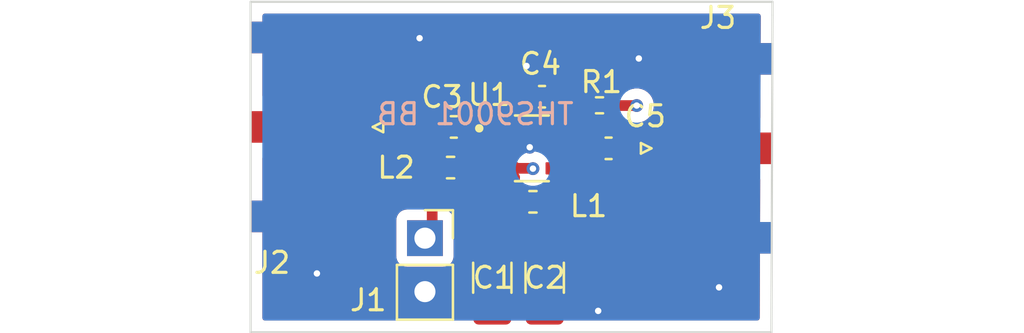
<source format=kicad_pcb>
(kicad_pcb (version 20171130) (host pcbnew "(5.1.10)-1")

  (general
    (thickness 1.6)
    (drawings 6)
    (tracks 73)
    (zones 0)
    (modules 12)
    (nets 10)
  )

  (page A4)
  (layers
    (0 F.Cu signal)
    (1 In1.Cu signal)
    (2 In2.Cu signal)
    (31 B.Cu signal)
    (32 B.Adhes user)
    (33 F.Adhes user)
    (34 B.Paste user)
    (35 F.Paste user)
    (36 B.SilkS user)
    (37 F.SilkS user)
    (38 B.Mask user)
    (39 F.Mask user)
    (40 Dwgs.User user)
    (41 Cmts.User user)
    (42 Eco1.User user)
    (43 Eco2.User user)
    (44 Edge.Cuts user)
    (45 Margin user)
    (46 B.CrtYd user)
    (47 F.CrtYd user)
    (48 B.Fab user)
    (49 F.Fab user hide)
  )

  (setup
    (last_trace_width 0.25)
    (trace_clearance 0.3048)
    (zone_clearance 0.508)
    (zone_45_only no)
    (trace_min 0.2)
    (via_size 0.6096)
    (via_drill 0.3048)
    (via_min_size 0.4)
    (via_min_drill 0.3)
    (uvia_size 0.3)
    (uvia_drill 0.1)
    (uvias_allowed no)
    (uvia_min_size 0.2)
    (uvia_min_drill 0.1)
    (edge_width 0.1)
    (segment_width 0.2)
    (pcb_text_width 0.3)
    (pcb_text_size 1.5 1.5)
    (mod_edge_width 0.15)
    (mod_text_size 1 1)
    (mod_text_width 0.15)
    (pad_size 1.5 5.08)
    (pad_drill 0)
    (pad_to_mask_clearance 0)
    (aux_axis_origin 0 0)
    (visible_elements FFFFFF7F)
    (pcbplotparams
      (layerselection 0x010fc_ffffffff)
      (usegerberextensions false)
      (usegerberattributes true)
      (usegerberadvancedattributes true)
      (creategerberjobfile true)
      (excludeedgelayer true)
      (linewidth 0.100000)
      (plotframeref false)
      (viasonmask false)
      (mode 1)
      (useauxorigin false)
      (hpglpennumber 1)
      (hpglpenspeed 20)
      (hpglpendiameter 15.000000)
      (psnegative false)
      (psa4output false)
      (plotreference true)
      (plotvalue true)
      (plotinvisibletext false)
      (padsonsilk false)
      (subtractmaskfromsilk false)
      (outputformat 1)
      (mirror false)
      (drillshape 1)
      (scaleselection 1)
      (outputdirectory ""))
  )

  (net 0 "")
  (net 1 GND)
  (net 2 "Net-(C1-Pad1)")
  (net 3 "Net-(C3-Pad1)")
  (net 4 "Net-(C3-Pad2)")
  (net 5 "Net-(C5-Pad2)")
  (net 6 "Net-(C5-Pad1)")
  (net 7 "Net-(J1-Pad1)")
  (net 8 "Net-(L1-Pad1)")
  (net 9 "Net-(R1-Pad2)")

  (net_class Default "This is the default net class."
    (clearance 0.3048)
    (trace_width 0.25)
    (via_dia 0.6096)
    (via_drill 0.3048)
    (uvia_dia 0.3)
    (uvia_drill 0.1)
    (add_net GND)
    (add_net "Net-(C1-Pad1)")
    (add_net "Net-(J1-Pad1)")
    (add_net "Net-(L1-Pad1)")
    (add_net "Net-(R1-Pad2)")
  )

  (net_class RF ""
    (clearance 0.6096)
    (trace_width 0.3556)
    (via_dia 0.6096)
    (via_drill 0.3048)
    (uvia_dia 0.3)
    (uvia_drill 0.1)
    (add_net "Net-(C3-Pad1)")
    (add_net "Net-(C3-Pad2)")
    (add_net "Net-(C5-Pad1)")
    (add_net "Net-(C5-Pad2)")
  )

  (module Capacitor_SMD:C_1206_3216Metric_Pad1.33x1.80mm_HandSolder (layer F.Cu) (tedit 5F68FEEF) (tstamp 6287AC62)
    (at 173.3804 63.2968 270)
    (descr "Capacitor SMD 1206 (3216 Metric), square (rectangular) end terminal, IPC_7351 nominal with elongated pad for handsoldering. (Body size source: IPC-SM-782 page 76, https://www.pcb-3d.com/wordpress/wp-content/uploads/ipc-sm-782a_amendment_1_and_2.pdf), generated with kicad-footprint-generator")
    (tags "capacitor handsolder")
    (path /62888309)
    (attr smd)
    (fp_text reference C1 (at 0 -0.0508 180) (layer F.SilkS)
      (effects (font (size 1 1) (thickness 0.15)))
    )
    (fp_text value 100uF (at 0 1.85 90) (layer F.Fab)
      (effects (font (size 1 1) (thickness 0.15)))
    )
    (fp_line (start 2.48 1.15) (end -2.48 1.15) (layer F.CrtYd) (width 0.05))
    (fp_line (start 2.48 -1.15) (end 2.48 1.15) (layer F.CrtYd) (width 0.05))
    (fp_line (start -2.48 -1.15) (end 2.48 -1.15) (layer F.CrtYd) (width 0.05))
    (fp_line (start -2.48 1.15) (end -2.48 -1.15) (layer F.CrtYd) (width 0.05))
    (fp_line (start -0.711252 0.91) (end 0.711252 0.91) (layer F.SilkS) (width 0.12))
    (fp_line (start -0.711252 -0.91) (end 0.711252 -0.91) (layer F.SilkS) (width 0.12))
    (fp_line (start 1.6 0.8) (end -1.6 0.8) (layer F.Fab) (width 0.1))
    (fp_line (start 1.6 -0.8) (end 1.6 0.8) (layer F.Fab) (width 0.1))
    (fp_line (start -1.6 -0.8) (end 1.6 -0.8) (layer F.Fab) (width 0.1))
    (fp_line (start -1.6 0.8) (end -1.6 -0.8) (layer F.Fab) (width 0.1))
    (fp_text user %R (at 0 0 90) (layer F.Fab)
      (effects (font (size 0.8 0.8) (thickness 0.12)))
    )
    (pad 1 smd roundrect (at -1.5625 0 270) (size 1.325 1.8) (layers F.Cu F.Paste F.Mask) (roundrect_rratio 0.188679)
      (net 2 "Net-(C1-Pad1)"))
    (pad 2 smd roundrect (at 1.5625 0 270) (size 1.325 1.8) (layers F.Cu F.Paste F.Mask) (roundrect_rratio 0.188679)
      (net 1 GND))
    (model ${KISYS3DMOD}/Capacitor_SMD.3dshapes/C_1206_3216Metric.wrl
      (at (xyz 0 0 0))
      (scale (xyz 1 1 1))
      (rotate (xyz 0 0 0))
    )
  )

  (module Capacitor_SMD:C_1206_3216Metric_Pad1.33x1.80mm_HandSolder (layer F.Cu) (tedit 5F68FEEF) (tstamp 6287AC73)
    (at 175.8696 63.2968 270)
    (descr "Capacitor SMD 1206 (3216 Metric), square (rectangular) end terminal, IPC_7351 nominal with elongated pad for handsoldering. (Body size source: IPC-SM-782 page 76, https://www.pcb-3d.com/wordpress/wp-content/uploads/ipc-sm-782a_amendment_1_and_2.pdf), generated with kicad-footprint-generator")
    (tags "capacitor handsolder")
    (path /6288882F)
    (attr smd)
    (fp_text reference C2 (at 0 0 180) (layer F.SilkS)
      (effects (font (size 1 1) (thickness 0.15)))
    )
    (fp_text value 100uF (at 0 1.85 90) (layer F.Fab)
      (effects (font (size 1 1) (thickness 0.15)))
    )
    (fp_text user %R (at 0 0 90) (layer F.Fab)
      (effects (font (size 0.8 0.8) (thickness 0.12)))
    )
    (fp_line (start -1.6 0.8) (end -1.6 -0.8) (layer F.Fab) (width 0.1))
    (fp_line (start -1.6 -0.8) (end 1.6 -0.8) (layer F.Fab) (width 0.1))
    (fp_line (start 1.6 -0.8) (end 1.6 0.8) (layer F.Fab) (width 0.1))
    (fp_line (start 1.6 0.8) (end -1.6 0.8) (layer F.Fab) (width 0.1))
    (fp_line (start -0.711252 -0.91) (end 0.711252 -0.91) (layer F.SilkS) (width 0.12))
    (fp_line (start -0.711252 0.91) (end 0.711252 0.91) (layer F.SilkS) (width 0.12))
    (fp_line (start -2.48 1.15) (end -2.48 -1.15) (layer F.CrtYd) (width 0.05))
    (fp_line (start -2.48 -1.15) (end 2.48 -1.15) (layer F.CrtYd) (width 0.05))
    (fp_line (start 2.48 -1.15) (end 2.48 1.15) (layer F.CrtYd) (width 0.05))
    (fp_line (start 2.48 1.15) (end -2.48 1.15) (layer F.CrtYd) (width 0.05))
    (pad 2 smd roundrect (at 1.5625 0 270) (size 1.325 1.8) (layers F.Cu F.Paste F.Mask) (roundrect_rratio 0.188679)
      (net 1 GND))
    (pad 1 smd roundrect (at -1.5625 0 270) (size 1.325 1.8) (layers F.Cu F.Paste F.Mask) (roundrect_rratio 0.188679)
      (net 2 "Net-(C1-Pad1)"))
    (model ${KISYS3DMOD}/Capacitor_SMD.3dshapes/C_1206_3216Metric.wrl
      (at (xyz 0 0 0))
      (scale (xyz 1 1 1))
      (rotate (xyz 0 0 0))
    )
  )

  (module "EPIC PARTS:SOT95P280X145-6N" (layer F.Cu) (tedit 6287A5C6) (tstamp 6287ACE6)
    (at 175.26 57.15)
    (path /6288265A)
    (fp_text reference U1 (at -2.032 -2.54) (layer F.SilkS)
      (effects (font (size 1 1) (thickness 0.15)))
    )
    (fp_text value THS9001 (at 7.26 2.365) (layer F.Fab)
      (effects (font (size 1 1) (thickness 0.15)))
    )
    (fp_line (start 2.11 1.49) (end 1.05 1.49) (layer F.CrtYd) (width 0.05))
    (fp_line (start 1.05 1.49) (end 1.05 1.7) (layer F.CrtYd) (width 0.05))
    (fp_line (start -2.11 -1.49) (end -1.05 -1.49) (layer F.CrtYd) (width 0.05))
    (fp_line (start -1.05 -1.49) (end -1.05 -1.7) (layer F.CrtYd) (width 0.05))
    (fp_line (start -2.11 1.49) (end -1.05 1.49) (layer F.CrtYd) (width 0.05))
    (fp_line (start -1.05 1.49) (end -1.05 1.7) (layer F.CrtYd) (width 0.05))
    (fp_line (start -2.11 -1.49) (end -2.11 1.49) (layer F.CrtYd) (width 0.05))
    (fp_line (start -1.05 1.7) (end 1.05 1.7) (layer F.CrtYd) (width 0.05))
    (fp_line (start 2.11 -1.49) (end 1.05 -1.49) (layer F.CrtYd) (width 0.05))
    (fp_line (start 1.05 -1.49) (end 1.05 -1.7) (layer F.CrtYd) (width 0.05))
    (fp_line (start -0.8 1.56) (end 0.8 1.56) (layer F.SilkS) (width 0.127))
    (fp_line (start 0.8 -1.56) (end -0.8 -1.56) (layer F.SilkS) (width 0.127))
    (fp_line (start 2.11 1.49) (end 2.11 -1.49) (layer F.CrtYd) (width 0.05))
    (fp_line (start 1.05 -1.7) (end -1.05 -1.7) (layer F.CrtYd) (width 0.05))
    (fp_circle (center -2.5 -0.95) (end -2.4 -0.95) (layer F.Fab) (width 0.2))
    (fp_circle (center -2.5 -0.95) (end -2.4 -0.95) (layer F.SilkS) (width 0.2))
    (fp_line (start 0.8 1.45) (end 0.8 -1.45) (layer F.Fab) (width 0.127))
    (fp_line (start -0.8 1.45) (end 0.8 1.45) (layer F.Fab) (width 0.127))
    (fp_line (start -0.8 -1.45) (end -0.8 1.45) (layer F.Fab) (width 0.127))
    (fp_line (start 0.8 -1.45) (end -0.8 -1.45) (layer F.Fab) (width 0.127))
    (pad 1 smd roundrect (at -1.255 -0.95) (size 1.21 0.58) (layers F.Cu F.Paste F.Mask) (roundrect_rratio 0.07000000000000001)
      (net 3 "Net-(C3-Pad1)"))
    (pad 2 smd roundrect (at -1.255 0) (size 1.21 0.58) (layers F.Cu F.Paste F.Mask) (roundrect_rratio 0.07000000000000001)
      (net 1 GND))
    (pad 3 smd roundrect (at -1.255 0.95) (size 1.21 0.58) (layers F.Cu F.Paste F.Mask) (roundrect_rratio 0.07000000000000001)
      (net 2 "Net-(C1-Pad1)"))
    (pad 6 smd roundrect (at 1.255 -0.95) (size 1.21 0.58) (layers F.Cu F.Paste F.Mask) (roundrect_rratio 0.07000000000000001)
      (net 9 "Net-(R1-Pad2)"))
    (pad 5 smd roundrect (at 1.255 0) (size 1.21 0.58) (layers F.Cu F.Paste F.Mask) (roundrect_rratio 0.07000000000000001)
      (net 5 "Net-(C5-Pad2)"))
    (pad 4 smd roundrect (at 1.255 0.95) (size 1.21 0.58) (layers F.Cu F.Paste F.Mask) (roundrect_rratio 0.07000000000000001)
      (net 8 "Net-(L1-Pad1)"))
  )

  (module Capacitor_SMD:C_0603_1608Metric (layer F.Cu) (tedit 5F68FEEE) (tstamp 6287D583)
    (at 175.7426 54.6989 180)
    (descr "Capacitor SMD 0603 (1608 Metric), square (rectangular) end terminal, IPC_7351 nominal, (Body size source: IPC-SM-782 page 76, https://www.pcb-3d.com/wordpress/wp-content/uploads/ipc-sm-782a_amendment_1_and_2.pdf), generated with kicad-footprint-generator")
    (tags capacitor)
    (path /62888A0A)
    (attr smd)
    (fp_text reference C4 (at 0.0762 1.5621) (layer F.SilkS)
      (effects (font (size 1 1) (thickness 0.15)))
    )
    (fp_text value .1uF (at 0 1.43) (layer F.Fab)
      (effects (font (size 1 1) (thickness 0.15)))
    )
    (fp_line (start 1.48 0.73) (end -1.48 0.73) (layer F.CrtYd) (width 0.05))
    (fp_line (start 1.48 -0.73) (end 1.48 0.73) (layer F.CrtYd) (width 0.05))
    (fp_line (start -1.48 -0.73) (end 1.48 -0.73) (layer F.CrtYd) (width 0.05))
    (fp_line (start -1.48 0.73) (end -1.48 -0.73) (layer F.CrtYd) (width 0.05))
    (fp_line (start -0.14058 0.51) (end 0.14058 0.51) (layer F.SilkS) (width 0.12))
    (fp_line (start -0.14058 -0.51) (end 0.14058 -0.51) (layer F.SilkS) (width 0.12))
    (fp_line (start 0.8 0.4) (end -0.8 0.4) (layer F.Fab) (width 0.1))
    (fp_line (start 0.8 -0.4) (end 0.8 0.4) (layer F.Fab) (width 0.1))
    (fp_line (start -0.8 -0.4) (end 0.8 -0.4) (layer F.Fab) (width 0.1))
    (fp_line (start -0.8 0.4) (end -0.8 -0.4) (layer F.Fab) (width 0.1))
    (fp_text user %R (at 0 0) (layer F.Fab)
      (effects (font (size 0.4 0.4) (thickness 0.06)))
    )
    (pad 1 smd roundrect (at -0.775 0 180) (size 0.9 0.95) (layers F.Cu F.Paste F.Mask) (roundrect_rratio 0.25)
      (net 2 "Net-(C1-Pad1)"))
    (pad 2 smd roundrect (at 0.775 0 180) (size 0.9 0.95) (layers F.Cu F.Paste F.Mask) (roundrect_rratio 0.25)
      (net 1 GND))
    (model ${KISYS3DMOD}/Capacitor_SMD.3dshapes/C_0603_1608Metric.wrl
      (at (xyz 0 0 0))
      (scale (xyz 1 1 1))
      (rotate (xyz 0 0 0))
    )
  )

  (module Capacitor_SMD:C_0603_1608Metric (layer F.Cu) (tedit 5F68FEEE) (tstamp 6287D593)
    (at 171.5516 56.134 180)
    (descr "Capacitor SMD 0603 (1608 Metric), square (rectangular) end terminal, IPC_7351 nominal, (Body size source: IPC-SM-782 page 76, https://www.pcb-3d.com/wordpress/wp-content/uploads/ipc-sm-782a_amendment_1_and_2.pdf), generated with kicad-footprint-generator")
    (tags capacitor)
    (path /628834B5)
    (attr smd)
    (fp_text reference C3 (at 0.5588 1.4224) (layer F.SilkS)
      (effects (font (size 1 1) (thickness 0.15)))
    )
    (fp_text value .1uF (at 0 1.43) (layer F.Fab)
      (effects (font (size 1 1) (thickness 0.15)))
    )
    (fp_line (start 1.48 0.73) (end -1.48 0.73) (layer F.CrtYd) (width 0.05))
    (fp_line (start 1.48 -0.73) (end 1.48 0.73) (layer F.CrtYd) (width 0.05))
    (fp_line (start -1.48 -0.73) (end 1.48 -0.73) (layer F.CrtYd) (width 0.05))
    (fp_line (start -1.48 0.73) (end -1.48 -0.73) (layer F.CrtYd) (width 0.05))
    (fp_line (start -0.14058 0.51) (end 0.14058 0.51) (layer F.SilkS) (width 0.12))
    (fp_line (start -0.14058 -0.51) (end 0.14058 -0.51) (layer F.SilkS) (width 0.12))
    (fp_line (start 0.8 0.4) (end -0.8 0.4) (layer F.Fab) (width 0.1))
    (fp_line (start 0.8 -0.4) (end 0.8 0.4) (layer F.Fab) (width 0.1))
    (fp_line (start -0.8 -0.4) (end 0.8 -0.4) (layer F.Fab) (width 0.1))
    (fp_line (start -0.8 0.4) (end -0.8 -0.4) (layer F.Fab) (width 0.1))
    (fp_text user %R (at 0 0) (layer F.Fab)
      (effects (font (size 0.4 0.4) (thickness 0.06)))
    )
    (pad 1 smd roundrect (at -0.775 0 180) (size 0.9 0.95) (layers F.Cu F.Paste F.Mask) (roundrect_rratio 0.25)
      (net 3 "Net-(C3-Pad1)"))
    (pad 2 smd roundrect (at 0.775 0 180) (size 0.9 0.95) (layers F.Cu F.Paste F.Mask) (roundrect_rratio 0.25)
      (net 4 "Net-(C3-Pad2)"))
    (model ${KISYS3DMOD}/Capacitor_SMD.3dshapes/C_0603_1608Metric.wrl
      (at (xyz 0 0 0))
      (scale (xyz 1 1 1))
      (rotate (xyz 0 0 0))
    )
  )

  (module Capacitor_SMD:C_0603_1608Metric (layer F.Cu) (tedit 5F68FEEE) (tstamp 6287D5A3)
    (at 178.9046 57.15 180)
    (descr "Capacitor SMD 0603 (1608 Metric), square (rectangular) end terminal, IPC_7351 nominal, (Body size source: IPC-SM-782 page 76, https://www.pcb-3d.com/wordpress/wp-content/uploads/ipc-sm-782a_amendment_1_and_2.pdf), generated with kicad-footprint-generator")
    (tags capacitor)
    (path /62884879)
    (attr smd)
    (fp_text reference C5 (at -1.7402 1.524) (layer F.SilkS)
      (effects (font (size 1 1) (thickness 0.15)))
    )
    (fp_text value .1uF (at 0 1.43) (layer F.Fab)
      (effects (font (size 1 1) (thickness 0.15)))
    )
    (fp_text user %R (at 0 0) (layer F.Fab)
      (effects (font (size 0.4 0.4) (thickness 0.06)))
    )
    (fp_line (start -0.8 0.4) (end -0.8 -0.4) (layer F.Fab) (width 0.1))
    (fp_line (start -0.8 -0.4) (end 0.8 -0.4) (layer F.Fab) (width 0.1))
    (fp_line (start 0.8 -0.4) (end 0.8 0.4) (layer F.Fab) (width 0.1))
    (fp_line (start 0.8 0.4) (end -0.8 0.4) (layer F.Fab) (width 0.1))
    (fp_line (start -0.14058 -0.51) (end 0.14058 -0.51) (layer F.SilkS) (width 0.12))
    (fp_line (start -0.14058 0.51) (end 0.14058 0.51) (layer F.SilkS) (width 0.12))
    (fp_line (start -1.48 0.73) (end -1.48 -0.73) (layer F.CrtYd) (width 0.05))
    (fp_line (start -1.48 -0.73) (end 1.48 -0.73) (layer F.CrtYd) (width 0.05))
    (fp_line (start 1.48 -0.73) (end 1.48 0.73) (layer F.CrtYd) (width 0.05))
    (fp_line (start 1.48 0.73) (end -1.48 0.73) (layer F.CrtYd) (width 0.05))
    (pad 2 smd roundrect (at 0.775 0 180) (size 0.9 0.95) (layers F.Cu F.Paste F.Mask) (roundrect_rratio 0.25)
      (net 5 "Net-(C5-Pad2)"))
    (pad 1 smd roundrect (at -0.775 0 180) (size 0.9 0.95) (layers F.Cu F.Paste F.Mask) (roundrect_rratio 0.25)
      (net 6 "Net-(C5-Pad1)"))
    (model ${KISYS3DMOD}/Capacitor_SMD.3dshapes/C_0603_1608Metric.wrl
      (at (xyz 0 0 0))
      (scale (xyz 1 1 1))
      (rotate (xyz 0 0 0))
    )
  )

  (module Inductor_SMD:L_0603_1608Metric_Pad1.05x0.95mm_HandSolder (layer F.Cu) (tedit 5F68FEF0) (tstamp 6287D5B3)
    (at 171.3992 58.0644 180)
    (descr "Inductor SMD 0603 (1608 Metric), square (rectangular) end terminal, IPC_7351 nominal with elongated pad for handsoldering. (Body size source: http://www.tortai-tech.com/upload/download/2011102023233369053.pdf), generated with kicad-footprint-generator")
    (tags "inductor handsolder")
    (path /6288790B)
    (attr smd)
    (fp_text reference L2 (at 2.5908 0) (layer F.SilkS)
      (effects (font (size 1 1) (thickness 0.15)))
    )
    (fp_text value INDUCTOR (at 1.9444 2.8956) (layer F.Fab)
      (effects (font (size 1 1) (thickness 0.15)))
    )
    (fp_text user %R (at 0 0) (layer F.Fab)
      (effects (font (size 0.4 0.4) (thickness 0.06)))
    )
    (fp_line (start -0.8 0.4) (end -0.8 -0.4) (layer F.Fab) (width 0.1))
    (fp_line (start -0.8 -0.4) (end 0.8 -0.4) (layer F.Fab) (width 0.1))
    (fp_line (start 0.8 -0.4) (end 0.8 0.4) (layer F.Fab) (width 0.1))
    (fp_line (start 0.8 0.4) (end -0.8 0.4) (layer F.Fab) (width 0.1))
    (fp_line (start -0.171267 -0.51) (end 0.171267 -0.51) (layer F.SilkS) (width 0.12))
    (fp_line (start -0.171267 0.51) (end 0.171267 0.51) (layer F.SilkS) (width 0.12))
    (fp_line (start -1.65 0.73) (end -1.65 -0.73) (layer F.CrtYd) (width 0.05))
    (fp_line (start -1.65 -0.73) (end 1.65 -0.73) (layer F.CrtYd) (width 0.05))
    (fp_line (start 1.65 -0.73) (end 1.65 0.73) (layer F.CrtYd) (width 0.05))
    (fp_line (start 1.65 0.73) (end -1.65 0.73) (layer F.CrtYd) (width 0.05))
    (pad 2 smd roundrect (at 0.875 0 180) (size 1.05 0.95) (layers F.Cu F.Paste F.Mask) (roundrect_rratio 0.25)
      (net 7 "Net-(J1-Pad1)"))
    (pad 1 smd roundrect (at -0.875 0 180) (size 1.05 0.95) (layers F.Cu F.Paste F.Mask) (roundrect_rratio 0.25)
      (net 2 "Net-(C1-Pad1)"))
    (model ${KISYS3DMOD}/Inductor_SMD.3dshapes/L_0603_1608Metric.wrl
      (at (xyz 0 0 0))
      (scale (xyz 1 1 1))
      (rotate (xyz 0 0 0))
    )
  )

  (module Inductor_SMD:L_0603_1608Metric_Pad1.05x0.95mm_HandSolder (layer F.Cu) (tedit 5F68FEF0) (tstamp 6287D5C3)
    (at 175.3108 59.69 180)
    (descr "Inductor SMD 0603 (1608 Metric), square (rectangular) end terminal, IPC_7351 nominal with elongated pad for handsoldering. (Body size source: http://www.tortai-tech.com/upload/download/2011102023233369053.pdf), generated with kicad-footprint-generator")
    (tags "inductor handsolder")
    (path /6288592E)
    (attr smd)
    (fp_text reference L1 (at -2.6416 -0.2032) (layer F.SilkS)
      (effects (font (size 1 1) (thickness 0.15)))
    )
    (fp_text value 470nH (at 3.937 1.6129) (layer F.Fab)
      (effects (font (size 1 1) (thickness 0.15)))
    )
    (fp_line (start 1.65 0.73) (end -1.65 0.73) (layer F.CrtYd) (width 0.05))
    (fp_line (start 1.65 -0.73) (end 1.65 0.73) (layer F.CrtYd) (width 0.05))
    (fp_line (start -1.65 -0.73) (end 1.65 -0.73) (layer F.CrtYd) (width 0.05))
    (fp_line (start -1.65 0.73) (end -1.65 -0.73) (layer F.CrtYd) (width 0.05))
    (fp_line (start -0.171267 0.51) (end 0.171267 0.51) (layer F.SilkS) (width 0.12))
    (fp_line (start -0.171267 -0.51) (end 0.171267 -0.51) (layer F.SilkS) (width 0.12))
    (fp_line (start 0.8 0.4) (end -0.8 0.4) (layer F.Fab) (width 0.1))
    (fp_line (start 0.8 -0.4) (end 0.8 0.4) (layer F.Fab) (width 0.1))
    (fp_line (start -0.8 -0.4) (end 0.8 -0.4) (layer F.Fab) (width 0.1))
    (fp_line (start -0.8 0.4) (end -0.8 -0.4) (layer F.Fab) (width 0.1))
    (fp_text user %R (at 0 0) (layer F.Fab)
      (effects (font (size 0.4 0.4) (thickness 0.06)))
    )
    (pad 1 smd roundrect (at -0.875 0 180) (size 1.05 0.95) (layers F.Cu F.Paste F.Mask) (roundrect_rratio 0.25)
      (net 8 "Net-(L1-Pad1)"))
    (pad 2 smd roundrect (at 0.875 0 180) (size 1.05 0.95) (layers F.Cu F.Paste F.Mask) (roundrect_rratio 0.25)
      (net 2 "Net-(C1-Pad1)"))
    (model ${KISYS3DMOD}/Inductor_SMD.3dshapes/L_0603_1608Metric.wrl
      (at (xyz 0 0 0))
      (scale (xyz 1 1 1))
      (rotate (xyz 0 0 0))
    )
  )

  (module Resistor_SMD:R_0402_1005Metric_Pad0.72x0.64mm_HandSolder (layer F.Cu) (tedit 5F6BB9E0) (tstamp 6287D5D3)
    (at 178.4731 55.1053 180)
    (descr "Resistor SMD 0402 (1005 Metric), square (rectangular) end terminal, IPC_7351 nominal with elongated pad for handsoldering. (Body size source: IPC-SM-782 page 72, https://www.pcb-3d.com/wordpress/wp-content/uploads/ipc-sm-782a_amendment_1_and_2.pdf), generated with kicad-footprint-generator")
    (tags "resistor handsolder")
    (path /628864E3)
    (attr smd)
    (fp_text reference R1 (at -0.0889 1.1049) (layer F.SilkS)
      (effects (font (size 1 1) (thickness 0.15)))
    )
    (fp_text value 237 (at 0 1.17) (layer F.Fab)
      (effects (font (size 1 1) (thickness 0.15)))
    )
    (fp_line (start 1.1 0.47) (end -1.1 0.47) (layer F.CrtYd) (width 0.05))
    (fp_line (start 1.1 -0.47) (end 1.1 0.47) (layer F.CrtYd) (width 0.05))
    (fp_line (start -1.1 -0.47) (end 1.1 -0.47) (layer F.CrtYd) (width 0.05))
    (fp_line (start -1.1 0.47) (end -1.1 -0.47) (layer F.CrtYd) (width 0.05))
    (fp_line (start -0.167621 0.38) (end 0.167621 0.38) (layer F.SilkS) (width 0.12))
    (fp_line (start -0.167621 -0.38) (end 0.167621 -0.38) (layer F.SilkS) (width 0.12))
    (fp_line (start 0.525 0.27) (end -0.525 0.27) (layer F.Fab) (width 0.1))
    (fp_line (start 0.525 -0.27) (end 0.525 0.27) (layer F.Fab) (width 0.1))
    (fp_line (start -0.525 -0.27) (end 0.525 -0.27) (layer F.Fab) (width 0.1))
    (fp_line (start -0.525 0.27) (end -0.525 -0.27) (layer F.Fab) (width 0.1))
    (fp_text user %R (at 0 0) (layer F.Fab)
      (effects (font (size 0.26 0.26) (thickness 0.04)))
    )
    (pad 1 smd roundrect (at -0.5975 0 180) (size 0.715 0.64) (layers F.Cu F.Paste F.Mask) (roundrect_rratio 0.25)
      (net 2 "Net-(C1-Pad1)"))
    (pad 2 smd roundrect (at 0.5975 0 180) (size 0.715 0.64) (layers F.Cu F.Paste F.Mask) (roundrect_rratio 0.25)
      (net 9 "Net-(R1-Pad2)"))
    (model ${KISYS3DMOD}/Resistor_SMD.3dshapes/R_0402_1005Metric.wrl
      (at (xyz 0 0 0))
      (scale (xyz 1 1 1))
      (rotate (xyz 0 0 0))
    )
  )

  (module Connector_PinSocket_2.54mm:PinSocket_1x02_P2.54mm_Vertical (layer F.Cu) (tedit 5A19A420) (tstamp 6287DBD5)
    (at 170.18 61.4172)
    (descr "Through hole straight socket strip, 1x02, 2.54mm pitch, single row (from Kicad 4.0.7), script generated")
    (tags "Through hole socket strip THT 1x02 2.54mm single row")
    (path /628AC108)
    (fp_text reference J1 (at -2.6924 2.9464) (layer F.SilkS)
      (effects (font (size 1 1) (thickness 0.15)))
    )
    (fp_text value Conn_01x02_Male (at 0 5.31) (layer F.Fab)
      (effects (font (size 1 1) (thickness 0.15)))
    )
    (fp_line (start -1.8 4.3) (end -1.8 -1.8) (layer F.CrtYd) (width 0.05))
    (fp_line (start 1.75 4.3) (end -1.8 4.3) (layer F.CrtYd) (width 0.05))
    (fp_line (start 1.75 -1.8) (end 1.75 4.3) (layer F.CrtYd) (width 0.05))
    (fp_line (start -1.8 -1.8) (end 1.75 -1.8) (layer F.CrtYd) (width 0.05))
    (fp_line (start 0 -1.33) (end 1.33 -1.33) (layer F.SilkS) (width 0.12))
    (fp_line (start 1.33 -1.33) (end 1.33 0) (layer F.SilkS) (width 0.12))
    (fp_line (start 1.33 1.27) (end 1.33 3.87) (layer F.SilkS) (width 0.12))
    (fp_line (start -1.33 3.87) (end 1.33 3.87) (layer F.SilkS) (width 0.12))
    (fp_line (start -1.33 1.27) (end -1.33 3.87) (layer F.SilkS) (width 0.12))
    (fp_line (start -1.33 1.27) (end 1.33 1.27) (layer F.SilkS) (width 0.12))
    (fp_line (start -1.27 3.81) (end -1.27 -1.27) (layer F.Fab) (width 0.1))
    (fp_line (start 1.27 3.81) (end -1.27 3.81) (layer F.Fab) (width 0.1))
    (fp_line (start 1.27 -0.635) (end 1.27 3.81) (layer F.Fab) (width 0.1))
    (fp_line (start 0.635 -1.27) (end 1.27 -0.635) (layer F.Fab) (width 0.1))
    (fp_line (start -1.27 -1.27) (end 0.635 -1.27) (layer F.Fab) (width 0.1))
    (fp_text user %R (at 0 1.27 90) (layer F.Fab)
      (effects (font (size 1 1) (thickness 0.15)))
    )
    (pad 1 thru_hole rect (at 0 0) (size 1.7 1.7) (drill 1) (layers *.Cu *.Mask)
      (net 7 "Net-(J1-Pad1)"))
    (pad 2 thru_hole oval (at 0 2.54) (size 1.7 1.7) (drill 1) (layers *.Cu *.Mask)
      (net 1 GND))
    (model ${KISYS3DMOD}/Connector_PinSocket_2.54mm.3dshapes/PinSocket_1x02_P2.54mm_Vertical.wrl
      (at (xyz 0 0 0))
      (scale (xyz 1 1 1))
      (rotate (xyz 0 0 0))
    )
  )

  (module Connector_Coaxial:SMA_Amphenol_132289_EdgeMount (layer F.Cu) (tedit 6287D98E) (tstamp 6287DBF8)
    (at 164.4904 56.134 180)
    (descr http://www.amphenolrf.com/132289.html)
    (tags SMA)
    (path /628B34F4)
    (attr smd)
    (fp_text reference J2 (at 1.5748 -6.4516 180) (layer F.SilkS)
      (effects (font (size 1 1) (thickness 0.15)))
    )
    (fp_text value Conn_01x05_Male (at 5 6) (layer F.Fab) hide
      (effects (font (size 1 1) (thickness 0.15)))
    )
    (fp_text user %R (at 4.79 0 270) (layer F.Fab)
      (effects (font (size 1 1) (thickness 0.15)))
    )
    (fp_line (start -3.71 0.25) (end -3.21 0) (layer F.SilkS) (width 0.12))
    (fp_line (start -3.71 -0.25) (end -3.71 0.25) (layer F.SilkS) (width 0.12))
    (fp_line (start -3.21 0) (end -3.71 -0.25) (layer F.SilkS) (width 0.12))
    (fp_line (start 3.54 0) (end 2.54 0.75) (layer F.Fab) (width 0.1))
    (fp_line (start 2.54 -0.75) (end 3.54 0) (layer F.Fab) (width 0.1))
    (fp_line (start 14.47 -5.58) (end -3.04 -5.58) (layer F.CrtYd) (width 0.05))
    (fp_line (start 14.47 -5.58) (end 14.47 5.58) (layer F.CrtYd) (width 0.05))
    (fp_line (start 14.47 5.58) (end -3.04 5.58) (layer F.CrtYd) (width 0.05))
    (fp_line (start -3.04 5.58) (end -3.04 -5.58) (layer F.CrtYd) (width 0.05))
    (fp_line (start 14.47 -5.58) (end -3.04 -5.58) (layer B.CrtYd) (width 0.05))
    (fp_line (start 14.47 -5.58) (end 14.47 5.58) (layer B.CrtYd) (width 0.05))
    (fp_line (start 14.47 5.58) (end -3.04 5.58) (layer B.CrtYd) (width 0.05))
    (fp_line (start -3.04 5.58) (end -3.04 -5.58) (layer B.CrtYd) (width 0.05))
    (fp_line (start 4.445 -3.81) (end 13.97 -3.81) (layer F.Fab) (width 0.1))
    (fp_line (start 13.97 -3.81) (end 13.97 3.81) (layer F.Fab) (width 0.1))
    (fp_line (start 13.97 3.81) (end 4.445 3.81) (layer F.Fab) (width 0.1))
    (fp_line (start 4.445 5.08) (end 4.445 3.81) (layer F.Fab) (width 0.1))
    (fp_line (start 4.445 -3.81) (end 4.445 -5.08) (layer F.Fab) (width 0.1))
    (fp_line (start -1.91 -5.08) (end 4.445 -5.08) (layer F.Fab) (width 0.1))
    (fp_line (start -1.91 -5.08) (end -1.91 -3.81) (layer F.Fab) (width 0.1))
    (fp_line (start -1.91 -3.81) (end 2.54 -3.81) (layer F.Fab) (width 0.1))
    (fp_line (start 2.54 -3.81) (end 2.54 3.81) (layer F.Fab) (width 0.1))
    (fp_line (start 2.54 3.81) (end -1.91 3.81) (layer F.Fab) (width 0.1))
    (fp_line (start -1.91 3.81) (end -1.91 5.08) (layer F.Fab) (width 0.1))
    (fp_line (start -1.91 5.08) (end 4.445 5.08) (layer F.Fab) (width 0.1))
    (pad 1 smd rect (at 0 0 270) (size 1.5 5.08) (layers F.Cu F.Paste F.Mask)
      (net 4 "Net-(C3-Pad2)"))
    (pad 3 smd rect (at 0 -4.25 270) (size 1.5 5.08) (layers F.Cu F.Paste F.Mask)
      (net 1 GND))
    (pad 2 smd rect (at 0 4.25 270) (size 1.5 5.08) (layers F.Cu F.Paste F.Mask)
      (net 1 GND))
    (pad 5 smd rect (at 0 -4.25 270) (size 1.5 5.08) (layers B.Cu B.Paste B.Mask)
      (net 1 GND))
    (pad 4 smd rect (at 0 4.25 270) (size 1.5 5.08) (layers B.Cu B.Paste B.Mask)
      (net 1 GND))
    (model ${KISYS3DMOD}/Connector_Coaxial.3dshapes/SMA_Amphenol_132289_EdgeMount.wrl
      (at (xyz 0 0 0))
      (scale (xyz 1 1 1))
      (rotate (xyz 0 0 0))
    )
  )

  (module Connector_Coaxial:SMA_Amphenol_132289_EdgeMount (layer F.Cu) (tedit 6287D97C) (tstamp 6287DC1B)
    (at 184.15 57.15)
    (descr http://www.amphenolrf.com/132289.html)
    (tags SMA)
    (path /628AFA5C)
    (attr smd)
    (fp_text reference J3 (at -0.0508 -6.1976 180) (layer F.SilkS)
      (effects (font (size 1 1) (thickness 0.15)))
    )
    (fp_text value Conn_01x05_Male (at 5 6) (layer F.Fab)
      (effects (font (size 1 1) (thickness 0.15)))
    )
    (fp_line (start -1.91 5.08) (end 4.445 5.08) (layer F.Fab) (width 0.1))
    (fp_line (start -1.91 3.81) (end -1.91 5.08) (layer F.Fab) (width 0.1))
    (fp_line (start 2.54 3.81) (end -1.91 3.81) (layer F.Fab) (width 0.1))
    (fp_line (start 2.54 -3.81) (end 2.54 3.81) (layer F.Fab) (width 0.1))
    (fp_line (start -1.91 -3.81) (end 2.54 -3.81) (layer F.Fab) (width 0.1))
    (fp_line (start -1.91 -5.08) (end -1.91 -3.81) (layer F.Fab) (width 0.1))
    (fp_line (start -1.91 -5.08) (end 4.445 -5.08) (layer F.Fab) (width 0.1))
    (fp_line (start 4.445 -3.81) (end 4.445 -5.08) (layer F.Fab) (width 0.1))
    (fp_line (start 4.445 5.08) (end 4.445 3.81) (layer F.Fab) (width 0.1))
    (fp_line (start 13.97 3.81) (end 4.445 3.81) (layer F.Fab) (width 0.1))
    (fp_line (start 13.97 -3.81) (end 13.97 3.81) (layer F.Fab) (width 0.1))
    (fp_line (start 4.445 -3.81) (end 13.97 -3.81) (layer F.Fab) (width 0.1))
    (fp_line (start -3.04 5.58) (end -3.04 -5.58) (layer B.CrtYd) (width 0.05))
    (fp_line (start 14.47 5.58) (end -3.04 5.58) (layer B.CrtYd) (width 0.05))
    (fp_line (start 14.47 -5.58) (end 14.47 5.58) (layer B.CrtYd) (width 0.05))
    (fp_line (start 14.47 -5.58) (end -3.04 -5.58) (layer B.CrtYd) (width 0.05))
    (fp_line (start -3.04 5.58) (end -3.04 -5.58) (layer F.CrtYd) (width 0.05))
    (fp_line (start 14.47 5.58) (end -3.04 5.58) (layer F.CrtYd) (width 0.05))
    (fp_line (start 14.47 -5.58) (end 14.47 5.58) (layer F.CrtYd) (width 0.05))
    (fp_line (start 14.47 -5.58) (end -3.04 -5.58) (layer F.CrtYd) (width 0.05))
    (fp_line (start 2.54 -0.75) (end 3.54 0) (layer F.Fab) (width 0.1))
    (fp_line (start 3.54 0) (end 2.54 0.75) (layer F.Fab) (width 0.1))
    (fp_line (start -3.21 0) (end -3.71 -0.25) (layer F.SilkS) (width 0.12))
    (fp_line (start -3.71 -0.25) (end -3.71 0.25) (layer F.SilkS) (width 0.12))
    (fp_line (start -3.71 0.25) (end -3.21 0) (layer F.SilkS) (width 0.12))
    (fp_text user %R (at 4.79 0 270) (layer F.Fab)
      (effects (font (size 1 1) (thickness 0.15)))
    )
    (pad 5 smd rect (at 0 4.25 90) (size 1.5 5.08) (layers B.Cu B.Paste B.Mask)
      (net 1 GND))
    (pad 4 smd rect (at 0 -4.25 90) (size 1.5 5.08) (layers B.Cu B.Paste B.Mask)
      (net 1 GND))
    (pad 3 smd rect (at 0 4.25 90) (size 1.5 5.08) (layers F.Cu F.Paste F.Mask)
      (net 1 GND))
    (pad 2 smd rect (at 0 -4.25 90) (size 1.5 5.08) (layers F.Cu F.Paste F.Mask)
      (net 1 GND))
    (pad 1 smd rect (at 0 0 90) (size 1.5 5.08) (layers F.Cu F.Paste F.Mask)
      (net 6 "Net-(C5-Pad1)"))
    (model ${KISYS3DMOD}/Connector_Coaxial.3dshapes/SMA_Amphenol_132289_EdgeMount.wrl
      (at (xyz 0 0 0))
      (scale (xyz 1 1 1))
      (rotate (xyz 0 0 0))
    )
  )

  (gr_text "THS9001 BB" (at 172.5676 55.5244) (layer B.SilkS)
    (effects (font (size 1 1) (thickness 0.15)) (justify mirror))
  )
  (gr_line (start 186.69 50.1904) (end 186.69 50.8508) (layer Edge.Cuts) (width 0.1))
  (gr_line (start 161.8996 50.1904) (end 186.69 50.1904) (layer Edge.Cuts) (width 0.1))
  (gr_line (start 161.8996 65.8876) (end 161.8996 50.1904) (layer Edge.Cuts) (width 0.1))
  (gr_line (start 186.6392 65.8876) (end 161.8996 65.8876) (layer Edge.Cuts) (width 0.1))
  (gr_line (start 186.69 50.8) (end 186.6392 65.8876) (layer Edge.Cuts) (width 0.1))

  (via (at 180.34 52.8828) (size 0.6096) (drill 0.3048) (layers F.Cu B.Cu) (net 1))
  (segment (start 180.3572 52.9) (end 180.34 52.8828) (width 0.25) (layer F.Cu) (net 1))
  (segment (start 184.15 52.9) (end 180.3572 52.9) (width 0.25) (layer F.Cu) (net 1))
  (via (at 175.006 53.2384) (size 0.6096) (drill 0.3048) (layers F.Cu B.Cu) (net 1))
  (segment (start 174.9676 53.2768) (end 175.006 53.2384) (width 0.25) (layer F.Cu) (net 1))
  (segment (start 174.9676 54.6989) (end 174.9676 53.2768) (width 0.25) (layer F.Cu) (net 1))
  (segment (start 184.1328 52.8828) (end 184.15 52.9) (width 0.25) (layer B.Cu) (net 1))
  (segment (start 180.34 52.8828) (end 184.1328 52.8828) (width 0.25) (layer B.Cu) (net 1))
  (segment (start 179.9844 53.2384) (end 180.34 52.8828) (width 0.25) (layer B.Cu) (net 1))
  (segment (start 175.006 53.2384) (end 179.9844 53.2384) (width 0.25) (layer B.Cu) (net 1))
  (via (at 184.15 63.754) (size 0.6096) (drill 0.3048) (layers F.Cu B.Cu) (net 1))
  (segment (start 184.15 61.4) (end 184.15 63.754) (width 0.25) (layer B.Cu) (net 1))
  (segment (start 184.15 63.754) (end 184.15 61.4) (width 0.25) (layer F.Cu) (net 1))
  (segment (start 178.3973 64.8593) (end 178.4096 64.8716) (width 0.25) (layer F.Cu) (net 1))
  (via (at 178.4096 64.8716) (size 0.6096) (drill 0.3048) (layers F.Cu B.Cu) (net 1))
  (segment (start 175.8696 64.8593) (end 178.3973 64.8593) (width 0.25) (layer F.Cu) (net 1))
  (segment (start 171.0821 64.8593) (end 170.18 63.9572) (width 0.25) (layer F.Cu) (net 1))
  (segment (start 173.3804 64.8593) (end 171.0821 64.8593) (width 0.25) (layer F.Cu) (net 1))
  (via (at 165.0492 63.0936) (size 0.6096) (drill 0.3048) (layers F.Cu B.Cu) (net 1))
  (segment (start 164.9984 63.0428) (end 165.0492 63.0936) (width 0.25) (layer F.Cu) (net 1))
  (segment (start 164.9984 60.384) (end 164.9984 63.0428) (width 0.25) (layer F.Cu) (net 1))
  (segment (start 165.0492 60.4348) (end 164.9984 60.384) (width 0.25) (layer B.Cu) (net 1))
  (segment (start 165.0492 63.0936) (end 165.0492 60.4348) (width 0.25) (layer B.Cu) (net 1))
  (via (at 169.926 51.9176) (size 0.6096) (drill 0.3048) (layers F.Cu B.Cu) (net 1))
  (segment (start 169.8924 51.884) (end 169.926 51.9176) (width 0.25) (layer B.Cu) (net 1))
  (segment (start 164.9984 51.884) (end 169.8924 51.884) (width 0.25) (layer B.Cu) (net 1))
  (segment (start 165.032 51.9176) (end 164.9984 51.884) (width 0.25) (layer F.Cu) (net 1))
  (segment (start 169.926 51.9176) (end 165.032 51.9176) (width 0.25) (layer F.Cu) (net 1))
  (via (at 175.1584 57.0992) (size 0.6096) (drill 0.3048) (layers F.Cu B.Cu) (net 1))
  (segment (start 175.1076 57.15) (end 175.1584 57.0992) (width 0.25) (layer F.Cu) (net 1))
  (segment (start 174.005 57.15) (end 175.1076 57.15) (width 0.25) (layer F.Cu) (net 1))
  (segment (start 179.5272 63.754) (end 178.4096 64.8716) (width 0.25) (layer B.Cu) (net 1))
  (segment (start 184.15 63.754) (end 179.5272 63.754) (width 0.25) (layer B.Cu) (net 1))
  (segment (start 165.9128 63.9572) (end 165.0492 63.0936) (width 0.25) (layer B.Cu) (net 1))
  (segment (start 170.18 63.9572) (end 165.9128 63.9572) (width 0.25) (layer B.Cu) (net 1))
  (segment (start 175.1584 53.3908) (end 175.006 53.2384) (width 0.25) (layer B.Cu) (net 1))
  (segment (start 175.1584 57.0992) (end 175.1584 53.3908) (width 0.25) (layer B.Cu) (net 1))
  (segment (start 173.6852 51.9176) (end 175.006 53.2384) (width 0.25) (layer B.Cu) (net 1))
  (segment (start 169.926 51.9176) (end 173.6852 51.9176) (width 0.25) (layer B.Cu) (net 1))
  (segment (start 175.8696 64.8593) (end 173.3804 64.8593) (width 0.25) (layer F.Cu) (net 1))
  (segment (start 178.4096 64.8716) (end 178.4096 58.166) (width 0.25) (layer B.Cu) (net 1))
  (segment (start 177.3428 57.0992) (end 175.1584 57.0992) (width 0.25) (layer B.Cu) (net 1))
  (segment (start 178.4096 58.166) (end 177.3428 57.0992) (width 0.25) (layer B.Cu) (net 1))
  (segment (start 176.75621 54.46029) (end 176.5176 54.6989) (width 0.25) (layer F.Cu) (net 2))
  (segment (start 178.42559 54.2544) (end 176.75621 54.2544) (width 0.508) (layer F.Cu) (net 2))
  (segment (start 179.20701 54.95021) (end 178.562 54.3052) (width 0.508) (layer F.Cu) (net 2))
  (segment (start 173.9694 58.0644) (end 174.005 58.1) (width 0.25) (layer F.Cu) (net 2))
  (segment (start 172.2742 58.0644) (end 173.9694 58.0644) (width 0.508) (layer F.Cu) (net 2))
  (segment (start 174.4358 58.5308) (end 174.005 58.1) (width 0.508) (layer F.Cu) (net 2))
  (segment (start 174.4358 59.69) (end 174.4358 58.5308) (width 0.508) (layer F.Cu) (net 2))
  (segment (start 174.4358 60.6789) (end 173.3804 61.7343) (width 0.508) (layer F.Cu) (net 2))
  (segment (start 174.4358 59.69) (end 174.4358 60.6789) (width 0.508) (layer F.Cu) (net 2))
  (segment (start 175.4912 61.7343) (end 174.4358 60.6789) (width 0.508) (layer F.Cu) (net 2))
  (segment (start 175.8696 61.7343) (end 175.4912 61.7343) (width 0.25) (layer F.Cu) (net 2))
  (via (at 175.3108 58.1152) (size 0.6096) (drill 0.3048) (layers F.Cu B.Cu) (net 2))
  (segment (start 175.2956 58.1) (end 175.3108 58.1152) (width 0.25) (layer F.Cu) (net 2))
  (segment (start 174.005 58.1) (end 175.2956 58.1) (width 0.508) (layer F.Cu) (net 2))
  (via (at 180.2384 55.118) (size 0.6096) (drill 0.3048) (layers F.Cu B.Cu) (net 2))
  (segment (start 177.2412 58.1152) (end 180.2384 55.118) (width 0.508) (layer In2.Cu) (net 2))
  (segment (start 175.3108 58.1152) (end 177.2412 58.1152) (width 0.508) (layer In2.Cu) (net 2))
  (segment (start 179.0833 55.118) (end 179.0706 55.1053) (width 0.25) (layer F.Cu) (net 2))
  (segment (start 180.2384 55.118) (end 179.0833 55.118) (width 0.508) (layer F.Cu) (net 2))
  (segment (start 172.3926 56.2) (end 172.3266 56.134) (width 0.3556) (layer F.Cu) (net 3))
  (segment (start 174.005 56.2) (end 172.3926 56.2) (width 0.3556) (layer F.Cu) (net 3))
  (segment (start 170.7766 56.134) (end 164.9984 56.134) (width 0.3556) (layer F.Cu) (net 4))
  (segment (start 178.1296 57.15) (end 176.515 57.15) (width 0.3556) (layer F.Cu) (net 5))
  (segment (start 184.15 57.15) (end 179.6796 57.15) (width 0.3556) (layer F.Cu) (net 6))
  (segment (start 170.5242 61.073) (end 170.18 61.4172) (width 0.25) (layer F.Cu) (net 7))
  (segment (start 170.5242 58.0644) (end 170.5242 61.073) (width 0.508) (layer F.Cu) (net 7))
  (segment (start 176.1858 58.4292) (end 176.515 58.1) (width 0.25) (layer F.Cu) (net 8))
  (segment (start 176.1858 59.69) (end 176.1858 58.4292) (width 0.25) (layer F.Cu) (net 8))
  (segment (start 177.6097 55.1053) (end 176.515 56.2) (width 0.25) (layer F.Cu) (net 9))
  (segment (start 177.8756 55.1053) (end 177.6097 55.1053) (width 0.25) (layer F.Cu) (net 9))

  (zone (net 1) (net_name GND) (layer B.Cu) (tstamp 0) (hatch edge 0.508)
    (connect_pads yes (clearance 0.508))
    (min_thickness 0.254)
    (fill yes (arc_segments 32) (thermal_gap 0.508) (thermal_bridge_width 0.508))
    (polygon
      (pts
        (xy 186.69 50.2412) (xy 186.6392 65.8876) (xy 161.8996 65.8876) (xy 161.8996 50.1904) (xy 186.69 50.1904)
      )
    )
    (filled_polygon
      (pts
        (xy 185.956503 65.2026) (xy 162.5846 65.2026) (xy 162.5846 60.5672) (xy 168.691928 60.5672) (xy 168.691928 62.2672)
        (xy 168.704188 62.391682) (xy 168.740498 62.51138) (xy 168.799463 62.621694) (xy 168.878815 62.718385) (xy 168.975506 62.797737)
        (xy 169.08582 62.856702) (xy 169.205518 62.893012) (xy 169.33 62.905272) (xy 171.03 62.905272) (xy 171.154482 62.893012)
        (xy 171.27418 62.856702) (xy 171.384494 62.797737) (xy 171.481185 62.718385) (xy 171.560537 62.621694) (xy 171.619502 62.51138)
        (xy 171.655812 62.391682) (xy 171.668072 62.2672) (xy 171.668072 60.5672) (xy 171.655812 60.442718) (xy 171.619502 60.32302)
        (xy 171.560537 60.212706) (xy 171.481185 60.116015) (xy 171.384494 60.036663) (xy 171.27418 59.977698) (xy 171.154482 59.941388)
        (xy 171.03 59.929128) (xy 169.33 59.929128) (xy 169.205518 59.941388) (xy 169.08582 59.977698) (xy 168.975506 60.036663)
        (xy 168.878815 60.116015) (xy 168.799463 60.212706) (xy 168.740498 60.32302) (xy 168.704188 60.442718) (xy 168.691928 60.5672)
        (xy 162.5846 60.5672) (xy 162.5846 58.022638) (xy 174.371 58.022638) (xy 174.371 58.207762) (xy 174.407116 58.389329)
        (xy 174.47796 58.560362) (xy 174.58081 58.714287) (xy 174.711713 58.84519) (xy 174.865638 58.94804) (xy 175.036671 59.018884)
        (xy 175.218238 59.055) (xy 175.403362 59.055) (xy 175.584929 59.018884) (xy 175.755962 58.94804) (xy 175.909887 58.84519)
        (xy 176.04079 58.714287) (xy 176.14364 58.560362) (xy 176.214484 58.389329) (xy 176.2506 58.207762) (xy 176.2506 58.022638)
        (xy 176.214484 57.841071) (xy 176.14364 57.670038) (xy 176.04079 57.516113) (xy 175.909887 57.38521) (xy 175.755962 57.28236)
        (xy 175.584929 57.211516) (xy 175.403362 57.1754) (xy 175.218238 57.1754) (xy 175.036671 57.211516) (xy 174.865638 57.28236)
        (xy 174.711713 57.38521) (xy 174.58081 57.516113) (xy 174.47796 57.670038) (xy 174.407116 57.841071) (xy 174.371 58.022638)
        (xy 162.5846 58.022638) (xy 162.5846 55.025438) (xy 179.2986 55.025438) (xy 179.2986 55.210562) (xy 179.334716 55.392129)
        (xy 179.40556 55.563162) (xy 179.50841 55.717087) (xy 179.639313 55.84799) (xy 179.793238 55.95084) (xy 179.964271 56.021684)
        (xy 180.145838 56.0578) (xy 180.330962 56.0578) (xy 180.512529 56.021684) (xy 180.683562 55.95084) (xy 180.837487 55.84799)
        (xy 180.96839 55.717087) (xy 181.07124 55.563162) (xy 181.142084 55.392129) (xy 181.1782 55.210562) (xy 181.1782 55.025438)
        (xy 181.142084 54.843871) (xy 181.07124 54.672838) (xy 180.96839 54.518913) (xy 180.837487 54.38801) (xy 180.683562 54.28516)
        (xy 180.512529 54.214316) (xy 180.330962 54.1782) (xy 180.145838 54.1782) (xy 179.964271 54.214316) (xy 179.793238 54.28516)
        (xy 179.639313 54.38801) (xy 179.50841 54.518913) (xy 179.40556 54.672838) (xy 179.334716 54.843871) (xy 179.2986 55.025438)
        (xy 162.5846 55.025438) (xy 162.5846 50.8754) (xy 186.004743 50.8754)
      )
    )
  )
  (zone (net 1) (net_name GND) (layer In2.Cu) (tstamp 0) (hatch edge 0.508)
    (connect_pads yes (clearance 0.508))
    (min_thickness 0.254)
    (fill yes (arc_segments 32) (thermal_gap 0.508) (thermal_bridge_width 0.508))
    (polygon
      (pts
        (xy 186.6392 65.8876) (xy 161.8996 65.8876) (xy 161.8996 50.1904) (xy 186.69 50.1904)
      )
    )
    (filled_polygon
      (pts
        (xy 185.956503 65.2026) (xy 162.5846 65.2026) (xy 162.5846 60.5672) (xy 168.691928 60.5672) (xy 168.691928 62.2672)
        (xy 168.704188 62.391682) (xy 168.740498 62.51138) (xy 168.799463 62.621694) (xy 168.878815 62.718385) (xy 168.975506 62.797737)
        (xy 169.08582 62.856702) (xy 169.205518 62.893012) (xy 169.33 62.905272) (xy 171.03 62.905272) (xy 171.154482 62.893012)
        (xy 171.27418 62.856702) (xy 171.384494 62.797737) (xy 171.481185 62.718385) (xy 171.560537 62.621694) (xy 171.619502 62.51138)
        (xy 171.655812 62.391682) (xy 171.668072 62.2672) (xy 171.668072 60.5672) (xy 171.655812 60.442718) (xy 171.619502 60.32302)
        (xy 171.560537 60.212706) (xy 171.481185 60.116015) (xy 171.384494 60.036663) (xy 171.27418 59.977698) (xy 171.154482 59.941388)
        (xy 171.03 59.929128) (xy 169.33 59.929128) (xy 169.205518 59.941388) (xy 169.08582 59.977698) (xy 168.975506 60.036663)
        (xy 168.878815 60.116015) (xy 168.799463 60.212706) (xy 168.740498 60.32302) (xy 168.704188 60.442718) (xy 168.691928 60.5672)
        (xy 162.5846 60.5672) (xy 162.5846 58.022638) (xy 174.371 58.022638) (xy 174.371 58.207762) (xy 174.407116 58.389329)
        (xy 174.47796 58.560362) (xy 174.58081 58.714287) (xy 174.711713 58.84519) (xy 174.865638 58.94804) (xy 175.036671 59.018884)
        (xy 175.218238 59.055) (xy 175.403362 59.055) (xy 175.584929 59.018884) (xy 175.620379 59.0042) (xy 177.19754 59.0042)
        (xy 177.2412 59.0085) (xy 177.28486 59.0042) (xy 177.284867 59.0042) (xy 177.415474 58.991336) (xy 177.583051 58.940503)
        (xy 177.737491 58.857953) (xy 177.872859 58.746859) (xy 177.900699 58.712936) (xy 180.648112 55.965524) (xy 180.683562 55.95084)
        (xy 180.837487 55.84799) (xy 180.96839 55.717087) (xy 181.07124 55.563162) (xy 181.142084 55.392129) (xy 181.1782 55.210562)
        (xy 181.1782 55.025438) (xy 181.142084 54.843871) (xy 181.07124 54.672838) (xy 180.96839 54.518913) (xy 180.837487 54.38801)
        (xy 180.683562 54.28516) (xy 180.512529 54.214316) (xy 180.330962 54.1782) (xy 180.145838 54.1782) (xy 179.964271 54.214316)
        (xy 179.793238 54.28516) (xy 179.639313 54.38801) (xy 179.50841 54.518913) (xy 179.40556 54.672838) (xy 179.390876 54.708288)
        (xy 176.872965 57.2262) (xy 175.620379 57.2262) (xy 175.584929 57.211516) (xy 175.403362 57.1754) (xy 175.218238 57.1754)
        (xy 175.036671 57.211516) (xy 174.865638 57.28236) (xy 174.711713 57.38521) (xy 174.58081 57.516113) (xy 174.47796 57.670038)
        (xy 174.407116 57.841071) (xy 174.371 58.022638) (xy 162.5846 58.022638) (xy 162.5846 50.8754) (xy 186.004743 50.8754)
      )
    )
  )
  (zone (net 1) (net_name GND) (layer In1.Cu) (tstamp 0) (hatch edge 0.508)
    (connect_pads yes (clearance 0.508))
    (min_thickness 0.254)
    (fill yes (arc_segments 32) (thermal_gap 0.508) (thermal_bridge_width 0.508))
    (polygon
      (pts
        (xy 186.6392 65.8876) (xy 161.8996 65.8876) (xy 161.8996 50.1904) (xy 186.69 50.1904)
      )
    )
    (filled_polygon
      (pts
        (xy 185.956503 65.2026) (xy 162.5846 65.2026) (xy 162.5846 60.5672) (xy 168.691928 60.5672) (xy 168.691928 62.2672)
        (xy 168.704188 62.391682) (xy 168.740498 62.51138) (xy 168.799463 62.621694) (xy 168.878815 62.718385) (xy 168.975506 62.797737)
        (xy 169.08582 62.856702) (xy 169.205518 62.893012) (xy 169.33 62.905272) (xy 171.03 62.905272) (xy 171.154482 62.893012)
        (xy 171.27418 62.856702) (xy 171.384494 62.797737) (xy 171.481185 62.718385) (xy 171.560537 62.621694) (xy 171.619502 62.51138)
        (xy 171.655812 62.391682) (xy 171.668072 62.2672) (xy 171.668072 60.5672) (xy 171.655812 60.442718) (xy 171.619502 60.32302)
        (xy 171.560537 60.212706) (xy 171.481185 60.116015) (xy 171.384494 60.036663) (xy 171.27418 59.977698) (xy 171.154482 59.941388)
        (xy 171.03 59.929128) (xy 169.33 59.929128) (xy 169.205518 59.941388) (xy 169.08582 59.977698) (xy 168.975506 60.036663)
        (xy 168.878815 60.116015) (xy 168.799463 60.212706) (xy 168.740498 60.32302) (xy 168.704188 60.442718) (xy 168.691928 60.5672)
        (xy 162.5846 60.5672) (xy 162.5846 58.022638) (xy 174.371 58.022638) (xy 174.371 58.207762) (xy 174.407116 58.389329)
        (xy 174.47796 58.560362) (xy 174.58081 58.714287) (xy 174.711713 58.84519) (xy 174.865638 58.94804) (xy 175.036671 59.018884)
        (xy 175.218238 59.055) (xy 175.403362 59.055) (xy 175.584929 59.018884) (xy 175.755962 58.94804) (xy 175.909887 58.84519)
        (xy 176.04079 58.714287) (xy 176.14364 58.560362) (xy 176.214484 58.389329) (xy 176.2506 58.207762) (xy 176.2506 58.022638)
        (xy 176.214484 57.841071) (xy 176.14364 57.670038) (xy 176.04079 57.516113) (xy 175.909887 57.38521) (xy 175.755962 57.28236)
        (xy 175.584929 57.211516) (xy 175.403362 57.1754) (xy 175.218238 57.1754) (xy 175.036671 57.211516) (xy 174.865638 57.28236)
        (xy 174.711713 57.38521) (xy 174.58081 57.516113) (xy 174.47796 57.670038) (xy 174.407116 57.841071) (xy 174.371 58.022638)
        (xy 162.5846 58.022638) (xy 162.5846 55.025438) (xy 179.2986 55.025438) (xy 179.2986 55.210562) (xy 179.334716 55.392129)
        (xy 179.40556 55.563162) (xy 179.50841 55.717087) (xy 179.639313 55.84799) (xy 179.793238 55.95084) (xy 179.964271 56.021684)
        (xy 180.145838 56.0578) (xy 180.330962 56.0578) (xy 180.512529 56.021684) (xy 180.683562 55.95084) (xy 180.837487 55.84799)
        (xy 180.96839 55.717087) (xy 181.07124 55.563162) (xy 181.142084 55.392129) (xy 181.1782 55.210562) (xy 181.1782 55.025438)
        (xy 181.142084 54.843871) (xy 181.07124 54.672838) (xy 180.96839 54.518913) (xy 180.837487 54.38801) (xy 180.683562 54.28516)
        (xy 180.512529 54.214316) (xy 180.330962 54.1782) (xy 180.145838 54.1782) (xy 179.964271 54.214316) (xy 179.793238 54.28516)
        (xy 179.639313 54.38801) (xy 179.50841 54.518913) (xy 179.40556 54.672838) (xy 179.334716 54.843871) (xy 179.2986 55.025438)
        (xy 162.5846 55.025438) (xy 162.5846 50.8754) (xy 186.004743 50.8754)
      )
    )
  )
  (zone (net 1) (net_name GND) (layer F.Cu) (tstamp 0) (hatch edge 0.508)
    (connect_pads yes (clearance 0.508))
    (min_thickness 0.254)
    (fill yes (arc_segments 32) (thermal_gap 0.508) (thermal_bridge_width 0.508))
    (polygon
      (pts
        (xy 186.6392 65.8876) (xy 161.8996 65.8876) (xy 161.8996 50.1904) (xy 186.69 50.1904)
      )
    )
    (filled_polygon
      (pts
        (xy 169.750258 57.098888) (xy 169.617577 57.207777) (xy 169.508688 57.340458) (xy 169.427777 57.491833) (xy 169.377952 57.656084)
        (xy 169.361128 57.8269) (xy 169.361128 58.3019) (xy 169.377952 58.472716) (xy 169.427777 58.636967) (xy 169.508688 58.788342)
        (xy 169.617577 58.921023) (xy 169.6352 58.935486) (xy 169.635201 59.929128) (xy 169.33 59.929128) (xy 169.205518 59.941388)
        (xy 169.08582 59.977698) (xy 168.975506 60.036663) (xy 168.878815 60.116015) (xy 168.799463 60.212706) (xy 168.740498 60.32302)
        (xy 168.704188 60.442718) (xy 168.691928 60.5672) (xy 168.691928 62.2672) (xy 168.704188 62.391682) (xy 168.740498 62.51138)
        (xy 168.799463 62.621694) (xy 168.878815 62.718385) (xy 168.975506 62.797737) (xy 169.08582 62.856702) (xy 169.205518 62.893012)
        (xy 169.33 62.905272) (xy 171.03 62.905272) (xy 171.154482 62.893012) (xy 171.27418 62.856702) (xy 171.384494 62.797737)
        (xy 171.481185 62.718385) (xy 171.560537 62.621694) (xy 171.619502 62.51138) (xy 171.655812 62.391682) (xy 171.668072 62.2672)
        (xy 171.668072 60.5672) (xy 171.655812 60.442718) (xy 171.619502 60.32302) (xy 171.560537 60.212706) (xy 171.481185 60.116015)
        (xy 171.4132 60.060221) (xy 171.4132 58.958465) (xy 171.500258 59.029912) (xy 171.651633 59.110823) (xy 171.815884 59.160648)
        (xy 171.9867 59.177472) (xy 172.5617 59.177472) (xy 172.732516 59.160648) (xy 172.896767 59.110823) (xy 173.048142 59.029912)
        (xy 173.139976 58.954546) (xy 173.180883 58.976411) (xy 173.308198 59.015032) (xy 173.389815 59.02307) (xy 173.339377 59.117433)
        (xy 173.289552 59.281684) (xy 173.272728 59.4525) (xy 173.272728 59.9275) (xy 173.289552 60.098316) (xy 173.339377 60.262567)
        (xy 173.420288 60.413942) (xy 173.430761 60.426703) (xy 173.423736 60.433728) (xy 172.730399 60.433728) (xy 172.557145 60.450792)
        (xy 172.390549 60.501328) (xy 172.237013 60.583395) (xy 172.102438 60.693838) (xy 171.991995 60.828413) (xy 171.909928 60.981949)
        (xy 171.859392 61.148545) (xy 171.842328 61.321799) (xy 171.842328 62.146801) (xy 171.859392 62.320055) (xy 171.909928 62.486651)
        (xy 171.991995 62.640187) (xy 172.102438 62.774762) (xy 172.237013 62.885205) (xy 172.390549 62.967272) (xy 172.557145 63.017808)
        (xy 172.730399 63.034872) (xy 174.030401 63.034872) (xy 174.203655 63.017808) (xy 174.370251 62.967272) (xy 174.523787 62.885205)
        (xy 174.625 62.802142) (xy 174.726213 62.885205) (xy 174.879749 62.967272) (xy 175.046345 63.017808) (xy 175.219599 63.034872)
        (xy 176.519601 63.034872) (xy 176.692855 63.017808) (xy 176.859451 62.967272) (xy 177.012987 62.885205) (xy 177.147562 62.774762)
        (xy 177.258005 62.640187) (xy 177.340072 62.486651) (xy 177.390608 62.320055) (xy 177.407672 62.146801) (xy 177.407672 61.321799)
        (xy 177.390608 61.148545) (xy 177.340072 60.981949) (xy 177.258005 60.828413) (xy 177.147562 60.693838) (xy 177.030302 60.597605)
        (xy 177.092423 60.546623) (xy 177.201312 60.413942) (xy 177.282223 60.262567) (xy 177.332048 60.098316) (xy 177.348872 59.9275)
        (xy 177.348872 59.4525) (xy 177.332048 59.281684) (xy 177.282223 59.117433) (xy 177.2253 59.010937) (xy 177.339117 58.976411)
        (xy 177.45645 58.913695) (xy 177.559294 58.829294) (xy 177.643695 58.72645) (xy 177.706411 58.609117) (xy 177.745032 58.481802)
        (xy 177.757942 58.35072) (xy 177.9046 58.365164) (xy 178.3546 58.365164) (xy 178.542894 58.346619) (xy 178.723952 58.291695)
        (xy 178.890816 58.202505) (xy 178.9046 58.191193) (xy 178.918384 58.202505) (xy 179.085248 58.291695) (xy 179.266306 58.346619)
        (xy 179.4546 58.365164) (xy 179.9046 58.365164) (xy 180.092894 58.346619) (xy 180.273952 58.291695) (xy 180.440816 58.202505)
        (xy 180.587074 58.082474) (xy 180.601907 58.0644) (xy 180.890125 58.0644) (xy 180.926178 58.183249) (xy 180.994576 58.311213)
        (xy 181.086625 58.423375) (xy 181.198787 58.515424) (xy 181.326751 58.583822) (xy 181.465601 58.625942) (xy 181.61 58.640164)
        (xy 185.978599 58.640164) (xy 185.956503 65.2026) (xy 162.5846 65.2026) (xy 162.5846 57.624164) (xy 167.0304 57.624164)
        (xy 167.174799 57.609942) (xy 167.313649 57.567822) (xy 167.441613 57.499424) (xy 167.553775 57.407375) (xy 167.645824 57.295213)
        (xy 167.714222 57.167249) (xy 167.750275 57.0484) (xy 169.844715 57.0484)
      )
    )
    (filled_polygon
      (pts
        (xy 175.169836 57.185028) (xy 175.039265 57.211) (xy 174.787617 57.211) (xy 174.761529 57.203086) (xy 174.868185 57.170732)
        (xy 175.003169 57.098582) (xy 175.121484 57.001484) (xy 175.169836 56.942567)
      )
    )
    (filled_polygon
      (pts
        (xy 185.988634 55.659836) (xy 181.61 55.659836) (xy 181.465601 55.674058) (xy 181.326751 55.716178) (xy 181.198787 55.784576)
        (xy 181.086625 55.876625) (xy 180.994576 55.988787) (xy 180.926178 56.116751) (xy 180.890125 56.2356) (xy 180.601907 56.2356)
        (xy 180.587074 56.217526) (xy 180.440816 56.097495) (xy 180.356899 56.052641) (xy 180.512529 56.021684) (xy 180.683562 55.95084)
        (xy 180.837487 55.84799) (xy 180.96839 55.717087) (xy 181.07124 55.563162) (xy 181.142084 55.392129) (xy 181.1782 55.210562)
        (xy 181.1782 55.025438) (xy 181.142084 54.843871) (xy 181.07124 54.672838) (xy 180.96839 54.518913) (xy 180.837487 54.38801)
        (xy 180.683562 54.28516) (xy 180.512529 54.214316) (xy 180.330962 54.1782) (xy 180.145838 54.1782) (xy 179.964271 54.214316)
        (xy 179.928821 54.229) (xy 179.743036 54.229) (xy 179.15974 53.645705) (xy 179.058291 53.562448) (xy 178.903852 53.479898)
        (xy 178.808197 53.450881) (xy 178.767441 53.429097) (xy 178.599864 53.378264) (xy 178.469257 53.3654) (xy 176.712543 53.3654)
        (xy 176.581936 53.378264) (xy 176.414359 53.429097) (xy 176.259919 53.511647) (xy 176.152745 53.599603) (xy 176.124223 53.602412)
        (xy 175.962317 53.651525) (xy 175.813103 53.731282) (xy 175.682316 53.838616) (xy 175.574982 53.969403) (xy 175.495225 54.118617)
        (xy 175.446112 54.280523) (xy 175.429528 54.4489) (xy 175.429528 54.9489) (xy 175.446112 55.117277) (xy 175.495225 55.279183)
        (xy 175.558907 55.398322) (xy 175.470706 55.470706) (xy 175.386305 55.57355) (xy 175.323589 55.690883) (xy 175.313086 55.725506)
        (xy 175.290732 55.651815) (xy 175.218582 55.516831) (xy 175.121484 55.398516) (xy 175.003169 55.301418) (xy 174.868185 55.229268)
        (xy 174.72172 55.184838) (xy 174.5694 55.169836) (xy 173.4406 55.169836) (xy 173.28828 55.184838) (xy 173.233856 55.201347)
        (xy 173.087816 55.081495) (xy 172.920952 54.992305) (xy 172.739894 54.937381) (xy 172.5516 54.918836) (xy 172.1016 54.918836)
        (xy 171.913306 54.937381) (xy 171.732248 54.992305) (xy 171.565384 55.081495) (xy 171.5516 55.092807) (xy 171.537816 55.081495)
        (xy 171.370952 54.992305) (xy 171.189894 54.937381) (xy 171.0016 54.918836) (xy 170.5516 54.918836) (xy 170.363306 54.937381)
        (xy 170.182248 54.992305) (xy 170.015384 55.081495) (xy 169.869126 55.201526) (xy 169.854293 55.2196) (xy 167.750275 55.2196)
        (xy 167.714222 55.100751) (xy 167.645824 54.972787) (xy 167.553775 54.860625) (xy 167.441613 54.768576) (xy 167.313649 54.700178)
        (xy 167.174799 54.658058) (xy 167.0304 54.643836) (xy 162.5846 54.643836) (xy 162.5846 50.8754) (xy 186.004743 50.8754)
      )
    )
  )
)

</source>
